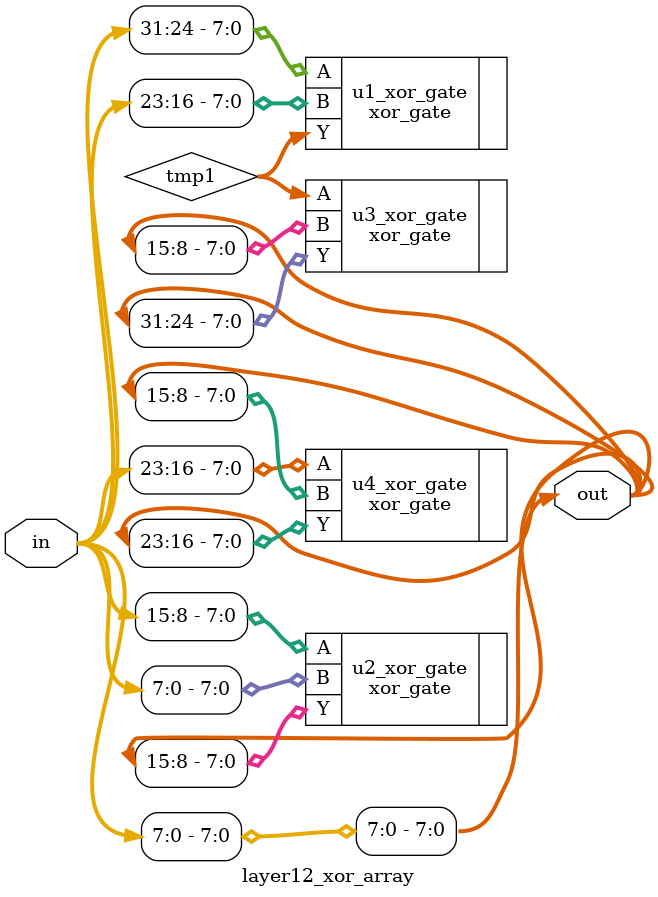
<source format=sv>
module layer12_xor_array(
    input logic [31:0] in,  
    output logic [31:0] out
);
logic [7:0] tmp1;
xor_gate u1_xor_gate (
    .A    (in[31:24]),
    .B    (in[23:16]),
    .Y    (tmp1)
);

xor_gate u2_xor_gate (
    .A    (in[15:8]),
    .B    (in[7:0]),
    .Y    (out[15:8])
);

xor_gate u3_xor_gate (
    .A    (tmp1),
    .B    (out[15:8]),
    .Y    (out[31:24])
);

xor_gate u4_xor_gate (
    .A    (in[23:16]),
    .B    (out[15:8]),
    .Y    (out[23:16])
);
assign out[7:0] = in[7:0];
endmodule
</source>
